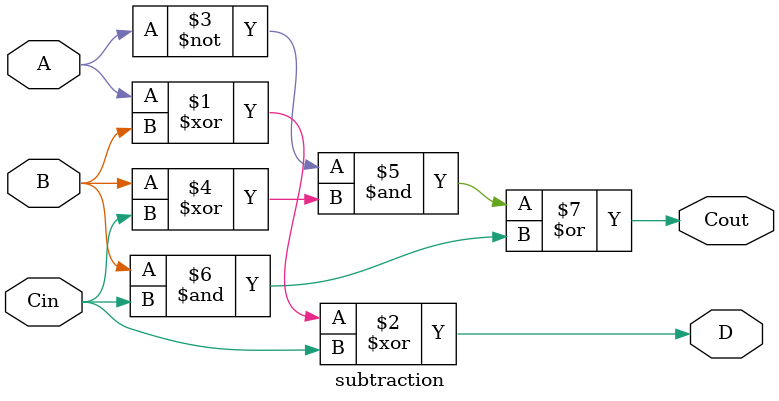
<source format=v>
module subtraction (


    input  wire [0:0] A,B,Cin,

    output wire [0:0] D,Cout

);


assign D = A ^ B ^ Cin;
assign Cout = ( (~A) & (B ^ Cin) ) | (B & Cin);



endmodule

</source>
